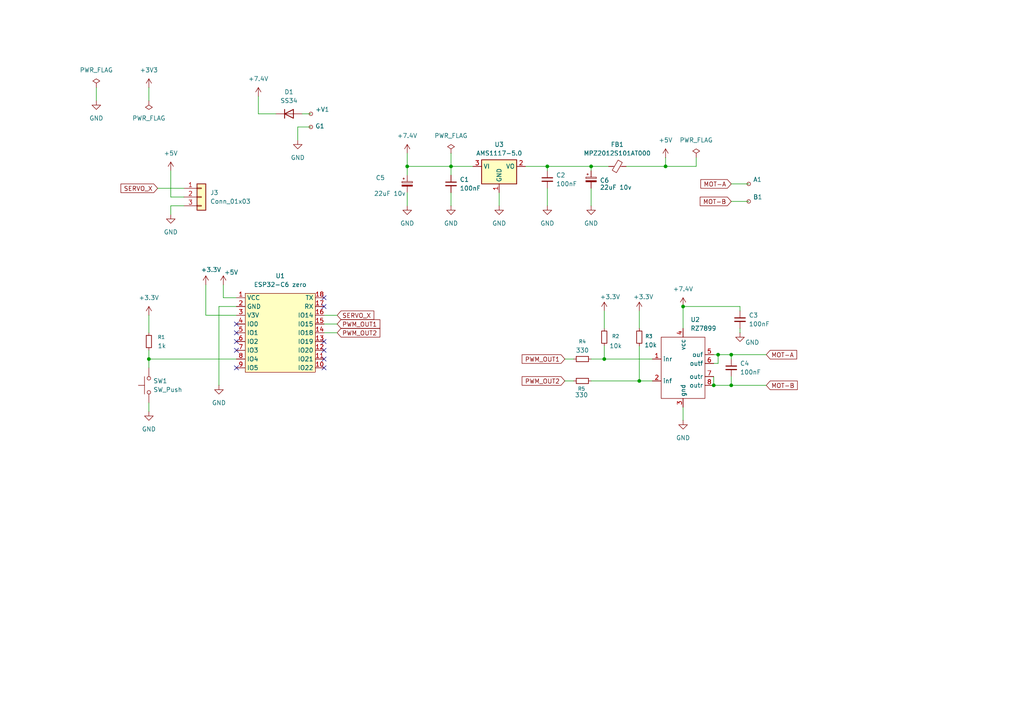
<source format=kicad_sch>
(kicad_sch (version 20250114) (generator "eeschema") (generator_version "9.0")
  (paper "A4")
  (lib_symbols
    (symbol "Connector:TestPoint_Small" (pin_numbers (hide yes)) (pin_names (offset 0.762) (hide yes))
      (property "Reference" "TP" (at 0 3.81 0))
      (property "Value" "TestPoint_Small" (at 0 2.032 0))
      (symbol "TestPoint_Small_0_1"
        (circle (center 0 0) (radius 0.508))
      )
      (symbol "TestPoint_Small_1_1"
        (pin passive line (at 0 0 90) (length 0) (name "1") (number "1"))
      )
    )
    (symbol "Connector_Generic:Conn_01x03" (pin_names (offset 1.016) (hide yes))
      (property "Reference" "J" (at 0 5.08 0))
      (property "Value" "Conn_01x03" (at 0 -5.08 0))
      (symbol "Conn_01x03_1_1"
        (rectangle (start -1.27 3.81) (end 1.27 -3.81) (stroke (width 0.254)) (fill (type background)))
        (rectangle (start -1.27 2.667) (end 0 2.413) (stroke (width 0.1524)))
        (rectangle (start -1.27 0.127) (end 0 -0.127) (stroke (width 0.1524)))
        (rectangle (start -1.27 -2.413) (end 0 -2.667) (stroke (width 0.1524)))
        (pin passive line (at -5.08 2.54 0) (length 3.81) (name "Pin_1") (number "1"))
        (pin passive line (at -5.08 0 0) (length 3.81) (name "Pin_2") (number "2"))
        (pin passive line (at -5.08 -2.54 0) (length 3.81) (name "Pin_3") (number "3"))
      )
    )
    (symbol "Device:C_Polarized_Small" (pin_numbers (hide yes)) (pin_names (offset 0.254) (hide yes))
      (property "Reference" "C" (at 0.254 1.778 0))
      (property "Value" "C_Polarized_Small" (at 0.254 -2.032 0))
      (symbol "C_Polarized_Small_0_1"
        (rectangle (start -1.524 0.6858) (end 1.524 0.3048))
        (rectangle (start -1.524 -0.3048) (end 1.524 -0.6858) (fill (type outline)))
        (polyline (pts (xy -1.27 1.524) (xy -0.762 1.524)))
        (polyline (pts (xy -1.016 1.27) (xy -1.016 1.778)))
      )
      (symbol "C_Polarized_Small_1_1"
        (pin passive line (at 0 2.54 270) (length 1.8542) (name "~") (number "1"))
        (pin passive line (at 0 -2.54 90) (length 1.8542) (name "~") (number "2"))
      )
    )
    (symbol "Device:C_Small" (pin_numbers (hide yes)) (pin_names (offset 0.254) (hide yes))
      (property "Reference" "C" (at 0.254 1.778 0))
      (property "Value" "C_Small" (at 0.254 -2.032 0))
      (symbol "C_Small_0_1"
        (polyline (pts (xy -1.524 0.508) (xy 1.524 0.508)) (stroke (width 0.3048)))
        (polyline (pts (xy -1.524 -0.508) (xy 1.524 -0.508)) (stroke (width 0.3302)))
      )
      (symbol "C_Small_1_1"
        (pin passive line (at 0 2.54 270) (length 2.032) (name "~") (number "1"))
        (pin passive line (at 0 -2.54 90) (length 2.032) (name "~") (number "2"))
      )
    )
    (symbol "Device:FerriteBead_Small" (pin_numbers (hide yes)) (pin_names (offset 0))
      (property "Reference" "FB" (at 1.905 1.27 0))
      (property "Value" "FerriteBead_Small" (at 1.905 -1.27 0))
      (symbol "FerriteBead_Small_0_1"
        (polyline (pts (xy -1.8288 0.2794) (xy -1.1176 1.4986) (xy 1.8288 -0.2032) (xy 1.1176 -1.4224) (xy -1.8288 0.2794)))
        (polyline (pts (xy 0 0.889) (xy 0 1.2954)))
        (polyline (pts (xy 0 -1.27) (xy 0 -0.7874)))
      )
      (symbol "FerriteBead_Small_1_1"
        (pin passive line (at 0 2.54 270) (length 1.27) (name "~") (number "1"))
        (pin passive line (at 0 -2.54 90) (length 1.27) (name "~") (number "2"))
      )
    )
    (symbol "Device:R_Small" (pin_numbers (hide yes)) (pin_names (offset 0.254) (hide yes))
      (property "Reference" "R" (at 0 0 90))
      (property "Value" "R_Small" (at 1.778 0 90))
      (symbol "R_Small_0_1"
        (rectangle (start -0.762 1.778) (end 0.762 -1.778) (stroke (width 0.2032)))
      )
      (symbol "R_Small_1_1"
        (pin passive line (at 0 2.54 270) (length 0.762) (name "~") (number "1"))
        (pin passive line (at 0 -2.54 90) (length 0.762) (name "~") (number "2"))
      )
    )
    (symbol "Diode:US1M" (pin_numbers (hide yes)) (pin_names (hide yes))
      (property "Reference" "D" (at 0 2.54 0))
      (property "Value" "US1M" (at 0 -2.54 0))
      (symbol "US1M_0_1"
        (polyline (pts (xy -1.27 1.27) (xy -1.27 -1.27)) (stroke (width 0.254)))
        (polyline (pts (xy 1.27 1.27) (xy 1.27 -1.27) (xy -1.27 0) (xy 1.27 1.27)) (stroke (width 0.254)))
        (polyline (pts (xy 1.27 0) (xy -1.27 0)))
      )
      (symbol "US1M_1_1"
        (pin passive line (at -3.81 0 0) (length 2.54) (name "K") (number "1"))
        (pin passive line (at 3.81 0 180) (length 2.54) (name "A") (number "2"))
      )
    )
    (symbol "RZ78XX_sym:RZ7899"
      (property "Reference" "U" (at 12.192 4.826 0))
      (symbol "RZ7899_0_1"
        (rectangle (start 1.27 0) (end 13.97 -17.78))
      )
      (symbol "RZ7899_1_1"
        (pin input line (at -1.27 -6.35 0) (length 2.54) (name "inr") (number "1"))
        (pin input line (at -1.27 -12.7 0) (length 2.54) (name "inf") (number "2"))
        (pin power_in line (at 7.62 2.54 270) (length 2.54) (name "vcc") (number "4"))
        (pin power_in line (at 7.62 -20.32 90) (length 2.54) (name "gnd") (number "3"))
        (pin passive line (at 16.51 -5.08 180) (length 2.54) (name "ouf") (number "5"))
        (pin passive line (at 16.51 -7.62 180) (length 2.54) (name "outf") (number "6"))
        (pin passive line (at 16.51 -11.43 180) (length 2.54) (name "outr") (number "7"))
        (pin passive line (at 16.51 -13.97 180) (length 2.54) (name "outr") (number "8"))
      )
    )
    (symbol "Regulator_Linear:AMS1117-5.0"
      (property "Reference" "U" (at -3.81 3.175 0))
      (property "Value" "AMS1117-5.0" (at 0 3.175 0))
      (symbol "AMS1117-5.0_0_1"
        (rectangle (start -5.08 -5.08) (end 5.08 1.905) (stroke (width 0.254)) (fill (type background)))
      )
      (symbol "AMS1117-5.0_1_1"
        (pin power_in line (at -7.62 0 0) (length 2.54) (name "VI") (number "3"))
        (pin power_in line (at 0 -7.62 90) (length 2.54) (name "GND") (number "1"))
        (pin power_out line (at 7.62 0 180) (length 2.54) (name "VO") (number "2"))
      )
    )
    (symbol "Switch:SW_Push" (pin_numbers (hide yes)) (pin_names (offset 1.016) (hide yes))
      (property "Reference" "SW" (at 1.27 2.54 0))
      (property "Value" "SW_Push" (at 0 -1.524 0))
      (symbol "SW_Push_0_1"
        (circle (center -2.032 0) (radius 0.508))
        (polyline (pts (xy 0 1.27) (xy 0 3.048)))
        (circle (center 2.032 0) (radius 0.508))
        (polyline (pts (xy 2.54 1.27) (xy -2.54 1.27)))
        (pin passive line (at -5.08 0 0) (length 2.54) (name "1") (number "1"))
        (pin passive line (at 5.08 0 180) (length 2.54) (name "2") (number "2"))
      )
    )
    (symbol "Waveshare-ESP32:Waveshare-ESP32-C6-Zero"
      (property "Reference" "U" (at -9.652 12.446 0))
      (symbol "Waveshare-ESP32-C6-Zero_1_1"
        (rectangle (start -10.16 11.43) (end 10.16 -11.43) (fill (type background)))
        (pin power_in line (at -12.7 10.16 0) (length 2.54) (name "VCC") (number "1"))
        (pin power_in line (at -12.7 7.62 0) (length 2.54) (name "GND") (number "2"))
        (pin power_out line (at -12.7 5.08 0) (length 2.54) (name "V3V") (number "3"))
        (pin bidirectional line (at -12.7 2.54 0) (length 2.54) (name "IO0") (number "4"))
        (pin bidirectional line (at -12.7 0 0) (length 2.54) (name "IO1") (number "5"))
        (pin bidirectional line (at -12.7 -2.54 0) (length 2.54) (name "IO2") (number "6"))
        (pin bidirectional line (at -12.7 -5.08 0) (length 2.54) (name "IO3") (number "7"))
        (pin bidirectional line (at -12.7 -7.62 0) (length 2.54) (name "IO4") (number "8"))
        (pin bidirectional line (at -12.7 -10.16 0) (length 2.54) (name "IO5") (number "9"))
        (pin bidirectional line (at 12.7 10.16 180) (length 2.54) (name "TX") (number "18"))
        (pin bidirectional line (at 12.7 7.62 180) (length 2.54) (name "RX") (number "17"))
        (pin bidirectional line (at 12.7 5.08 180) (length 2.54) (name "IO14") (number "16"))
        (pin bidirectional line (at 12.7 2.54 180) (length 2.54) (name "IO15") (number "15"))
        (pin bidirectional line (at 12.7 0 180) (length 2.54) (name "IO18") (number "14"))
        (pin bidirectional line (at 12.7 -2.54 180) (length 2.54) (name "IO19") (number "13"))
        (pin bidirectional line (at 12.7 -5.08 180) (length 2.54) (name "IO20") (number "12"))
        (pin bidirectional line (at 12.7 -7.62 180) (length 2.54) (name "IO21") (number "11"))
        (pin bidirectional line (at 12.7 -10.16 180) (length 2.54) (name "IO22") (number "10"))
      )
    )
    (symbol "power:+3.3V" (power) (pin_numbers (hide yes)) (pin_names (offset 0) (hide yes))
      (property "Value" "+3.3V" (at 0 3.556 0))
      (symbol "+3.3V_0_1"
        (polyline (pts (xy -0.762 1.27) (xy 0 2.54)))
        (polyline (pts (xy 0 2.54) (xy 0.762 1.27)))
        (polyline (pts (xy 0 0) (xy 0 2.54)))
      )
      (symbol "+3.3V_1_1"
        (pin power_in line (at 0 0 90) (length 0) (name "~") (number "1"))
      )
    )
    (symbol "power:+3V3" (power) (pin_numbers (hide yes)) (pin_names (offset 0) (hide yes))
      (property "Value" "+3V3" (at 0 3.556 0))
      (symbol "+3V3_0_1"
        (polyline (pts (xy -0.762 1.27) (xy 0 2.54)))
        (polyline (pts (xy 0 2.54) (xy 0.762 1.27)))
        (polyline (pts (xy 0 0) (xy 0 2.54)))
      )
      (symbol "+3V3_1_1"
        (pin power_in line (at 0 0 90) (length 0) (name "~") (number "1"))
      )
    )
    (symbol "power:+5V" (power) (pin_numbers (hide yes)) (pin_names (offset 0) (hide yes))
      (property "Value" "+5V" (at 0 3.556 0))
      (symbol "+5V_0_1"
        (polyline (pts (xy -0.762 1.27) (xy 0 2.54)))
        (polyline (pts (xy 0 2.54) (xy 0.762 1.27)))
        (polyline (pts (xy 0 0) (xy 0 2.54)))
      )
      (symbol "+5V_1_1"
        (pin power_in line (at 0 0 90) (length 0) (name "~") (number "1"))
      )
    )
    (symbol "power:+7.5V" (power) (pin_numbers (hide yes)) (pin_names (offset 0) (hide yes))
      (property "Value" "+7.5V" (at 0 3.556 0))
      (symbol "+7.5V_0_1"
        (polyline (pts (xy -0.762 1.27) (xy 0 2.54)))
        (polyline (pts (xy 0 2.54) (xy 0.762 1.27)))
        (polyline (pts (xy 0 0) (xy 0 2.54)))
      )
      (symbol "+7.5V_1_1"
        (pin power_in line (at 0 0 90) (length 0) (name "~") (number "1"))
      )
    )
    (symbol "power:GND" (power) (pin_numbers (hide yes)) (pin_names (offset 0) (hide yes))
      (property "Value" "GND" (at 0 -3.81 0))
      (symbol "GND_0_1"
        (polyline (pts (xy 0 0) (xy 0 -1.27) (xy 1.27 -1.27) (xy 0 -2.54) (xy -1.27 -1.27) (xy 0 -1.27)))
      )
      (symbol "GND_1_1"
        (pin power_in line (at 0 0 270) (length 0) (name "~") (number "1"))
      )
    )
    (symbol "power:PWR_FLAG" (power) (pin_numbers (hide yes)) (pin_names (offset 0) (hide yes))
      (property "Value" "PWR_FLAG" (at 0 3.81 0))
      (symbol "PWR_FLAG_0_0"
        (pin power_out line (at 0 0 90) (length 0) (name "~") (number "1"))
      )
      (symbol "PWR_FLAG_0_1"
        (polyline (pts (xy 0 0) (xy 0 1.27) (xy -1.016 1.905) (xy 0 2.54) (xy 1.016 1.905) (xy 0 1.27)))
      )
    )
  )
  (junction (at 158.75 48.26))
  (junction (at 118.11 48.26))
  (junction (at 43.18 104.14))
  (junction (at 208.28 102.87))
  (junction (at 185.42 110.49))
  (junction (at 212.09 102.87))
  (junction (at 212.09 111.76))
  (junction (at 198.12 88.9))
  (junction (at 171.45 48.26))
  (junction (at 207.01 111.76))
  (junction (at 175.26 104.14))
  (junction (at 130.81 48.26))
  (junction (at 193.04 48.26))
  (no_connect (at 68.58 106.68))
  (no_connect (at 93.98 106.68))
  (no_connect (at 68.58 93.98))
  (no_connect (at 93.98 101.6))
  (no_connect (at 93.98 104.14))
  (no_connect (at 93.98 86.36))
  (no_connect (at 68.58 96.52))
  (no_connect (at 68.58 101.6))
  (no_connect (at 93.98 99.06))
  (no_connect (at 68.58 99.06))
  (no_connect (at 93.98 88.9))
  (wire (pts (xy 118.11 55.88) (xy 118.11 59.69)))
  (wire (pts (xy 185.42 90.17) (xy 185.42 95.25)))
  (wire (pts (xy 171.45 48.26) (xy 171.45 49.53)))
  (wire (pts (xy 198.12 88.9) (xy 198.12 95.25)))
  (wire (pts (xy 118.11 48.26) (xy 118.11 50.8)))
  (wire (pts (xy 59.69 82.55) (xy 59.69 91.44)))
  (wire (pts (xy 214.63 95.25) (xy 214.63 96.52)))
  (wire (pts (xy 185.42 100.33) (xy 185.42 110.49)))
  (wire (pts (xy 212.09 53.34) (xy 217.17 53.34)))
  (wire (pts (xy 80.01 33.02) (xy 74.93 33.02)))
  (wire (pts (xy 49.53 57.15) (xy 53.34 57.15)))
  (wire (pts (xy 63.5 88.9) (xy 68.58 88.9)))
  (wire (pts (xy 207.01 105.41) (xy 208.28 105.41)))
  (wire (pts (xy 137.16 48.26) (xy 130.81 48.26)))
  (wire (pts (xy 185.42 110.49) (xy 189.23 110.49)))
  (wire (pts (xy 43.18 101.6) (xy 43.18 104.14)))
  (wire (pts (xy 63.5 88.9) (xy 63.5 111.76)))
  (wire (pts (xy 212.09 58.42) (xy 217.17 58.42)))
  (wire (pts (xy 212.09 102.87) (xy 212.09 104.14)))
  (wire (pts (xy 208.28 102.87) (xy 212.09 102.87)))
  (wire (pts (xy 43.18 91.44) (xy 43.18 96.52)))
  (wire (pts (xy 64.77 86.36) (xy 64.77 82.55)))
  (wire (pts (xy 87.63 33.02) (xy 90.17 33.02)))
  (wire (pts (xy 214.63 90.17) (xy 214.63 88.9)))
  (wire (pts (xy 43.18 116.84) (xy 43.18 119.38)))
  (wire (pts (xy 158.75 48.26) (xy 158.75 49.53)))
  (wire (pts (xy 74.93 33.02) (xy 74.93 27.94)))
  (wire (pts (xy 130.81 44.45) (xy 130.81 48.26)))
  (wire (pts (xy 175.26 104.14) (xy 189.23 104.14)))
  (wire (pts (xy 171.45 104.14) (xy 175.26 104.14)))
  (wire (pts (xy 212.09 102.87) (xy 222.25 102.87)))
  (wire (pts (xy 208.28 105.41) (xy 208.28 102.87)))
  (wire (pts (xy 175.26 104.14) (xy 175.26 100.33)))
  (wire (pts (xy 193.04 48.26) (xy 193.04 45.72)))
  (wire (pts (xy 181.61 48.26) (xy 193.04 48.26)))
  (wire (pts (xy 214.63 88.9) (xy 198.12 88.9)))
  (wire (pts (xy 130.81 48.26) (xy 130.81 50.8)))
  (wire (pts (xy 171.45 54.61) (xy 171.45 59.69)))
  (wire (pts (xy 118.11 44.45) (xy 118.11 48.26)))
  (wire (pts (xy 49.53 59.69) (xy 49.53 62.23)))
  (wire (pts (xy 171.45 48.26) (xy 176.53 48.26)))
  (wire (pts (xy 207.01 111.76) (xy 212.09 111.76)))
  (wire (pts (xy 45.72 54.61) (xy 53.34 54.61)))
  (wire (pts (xy 207.01 109.22) (xy 207.01 111.76)))
  (wire (pts (xy 198.12 118.11) (xy 198.12 121.92)))
  (wire (pts (xy 144.78 55.88) (xy 144.78 59.69)))
  (wire (pts (xy 152.4 48.26) (xy 158.75 48.26)))
  (wire (pts (xy 163.83 104.14) (xy 166.37 104.14)))
  (wire (pts (xy 27.94 25.4) (xy 27.94 29.21)))
  (wire (pts (xy 201.93 48.26) (xy 193.04 48.26)))
  (wire (pts (xy 68.58 104.14) (xy 43.18 104.14)))
  (wire (pts (xy 86.36 36.83) (xy 90.17 36.83)))
  (wire (pts (xy 49.53 49.53) (xy 49.53 57.15)))
  (wire (pts (xy 207.01 102.87) (xy 208.28 102.87)))
  (wire (pts (xy 68.58 86.36) (xy 64.77 86.36)))
  (wire (pts (xy 68.58 91.44) (xy 59.69 91.44)))
  (wire (pts (xy 212.09 111.76) (xy 212.09 109.22)))
  (wire (pts (xy 175.26 90.17) (xy 175.26 95.25)))
  (wire (pts (xy 93.98 93.98) (xy 97.79 93.98)))
  (wire (pts (xy 86.36 36.83) (xy 86.36 40.64)))
  (wire (pts (xy 130.81 55.88) (xy 130.81 59.69)))
  (wire (pts (xy 93.98 96.52) (xy 97.79 96.52)))
  (wire (pts (xy 130.81 48.26) (xy 118.11 48.26)))
  (wire (pts (xy 163.83 110.49) (xy 166.37 110.49)))
  (wire (pts (xy 201.93 45.72) (xy 201.93 48.26)))
  (wire (pts (xy 93.98 91.44) (xy 97.79 91.44)))
  (wire (pts (xy 158.75 54.61) (xy 158.75 59.69)))
  (wire (pts (xy 158.75 48.26) (xy 171.45 48.26)))
  (wire (pts (xy 171.45 110.49) (xy 185.42 110.49)))
  (wire (pts (xy 43.18 104.14) (xy 43.18 106.68)))
  (wire (pts (xy 212.09 111.76) (xy 222.25 111.76)))
  (wire (pts (xy 53.34 59.69) (xy 49.53 59.69)))
  (wire (pts (xy 43.18 25.4) (xy 43.18 29.21)))
  (global_label "MOT-A" (shape input) (at 212.09 53.34 180) (property "Intersheetrefs" "${INTERSHEET_REFS}" (effects (hide yes))))
  (global_label "SERVO_X" (shape input) (at 45.72 54.61 180) (property "Intersheetrefs" "${INTERSHEET_REFS}" (effects (hide yes))))
  (global_label "PWM_OUT1" (shape input) (at 163.83 104.14 180) (property "Intersheetrefs" "${INTERSHEET_REFS}" (effects (hide yes))))
  (global_label "MOT-B" (shape input) (at 212.09 58.42 180) (property "Intersheetrefs" "${INTERSHEET_REFS}" (effects (hide yes))))
  (global_label "PWM_OUT2" (shape input) (at 163.83 110.49 180) (property "Intersheetrefs" "${INTERSHEET_REFS}" (effects (hide yes))))
  (global_label "PWM_OUT1" (shape input) (at 97.79 93.98 0) (property "Intersheetrefs" "${INTERSHEET_REFS}" (effects (hide yes))))
  (global_label "PWM_OUT2" (shape input) (at 97.79 96.52 0) (property "Intersheetrefs" "${INTERSHEET_REFS}" (effects (hide yes))))
  (global_label "MOT-B" (shape input) (at 222.25 111.76 0) (property "Intersheetrefs" "${INTERSHEET_REFS}" (effects (hide yes))))
  (global_label "MOT-A" (shape input) (at 222.25 102.87 0) (property "Intersheetrefs" "${INTERSHEET_REFS}" (effects (hide yes))))
  (global_label "SERVO_X" (shape input) (at 97.79 91.44 0) (property "Intersheetrefs" "${INTERSHEET_REFS}" (effects (hide yes))))
  (symbol (lib_id "power:+5V") (at 49.53 49.53 0) (unit 1)
    (property "Reference" "#PWR019" (effects (hide yes)))
    (property "Value" "+5V" (at 49.53 44.45 0))
    (property "Description" "Power symbol creates a global label with name \"+5V\"" (effects (hide yes)))
  )
  (symbol (lib_id "power:GND") (at 144.78 59.69 0) (unit 1)
    (property "Reference" "#PWR012" (effects (hide yes)))
    (property "Value" "GND" (at 144.78 64.77 0))
    (property "Description" "Power symbol creates a global label with name \"GND\" , ground" (effects (hide yes)))
  )
  (symbol (lib_id "power:+3.3V") (at 43.18 91.44 0) (unit 1)
    (property "Reference" "#PWR03" (effects (hide yes)))
    (property "Value" "+3.3V" (at 43.18 86.36 0))
    (property "Description" "Power symbol creates a global label with name \"+3.3V\"" (effects (hide yes)))
  )
  (symbol (lib_id "Device:C_Polarized_Small") (at 118.11 53.34 0) (unit 1)
    (property "Reference" "C5" (at 108.966 51.562 0) (effects (justify left)))
    (property "Value" "22uF 10v" (at 108.458 56.134 0) (effects (justify left)))
    (property "Footprint" "Capacitor_Tantalum_SMD:CP_EIA-3528-12_Kemet-T_HandSolder" (effects (hide yes)))
    (property "Description" "Polarized capacitor, small symbol" (effects (hide yes)))
  )
  (symbol (lib_id "power:+5V") (at 193.04 45.72 0) (unit 1)
    (property "Reference" "#PWR015" (effects (hide yes)))
    (property "Value" "+5V" (at 193.04 40.64 0))
    (property "Description" "Power symbol creates a global label with name \"+5V\"" (effects (hide yes)))
  )
  (symbol (lib_id "Device:C_Polarized_Small") (at 171.45 52.07 0) (unit 1)
    (property "Reference" "C6" (at 173.99 52.324 0) (effects (justify left)))
    (property "Value" "22uF 10v" (at 173.99 54.356 0) (effects (justify left)))
    (property "Footprint" "Capacitor_Tantalum_SMD:CP_EIA-3528-12_Kemet-T_HandSolder" (effects (hide yes)))
    (property "Description" "Polarized capacitor, small symbol" (effects (hide yes)))
  )
  (symbol (lib_id "power:PWR_FLAG") (at 43.18 29.21 180) (unit 1)
    (property "Reference" "#FLG03" (effects (hide yes)))
    (property "Value" "PWR_FLAG" (at 43.18 34.29 0))
    (property "Description" "Special symbol for telling ERC where power comes from" (effects (hide yes)))
  )
  (symbol (lib_id "power:PWR_FLAG") (at 27.94 25.4 0) (unit 1)
    (property "Reference" "#FLG02" (effects (hide yes)))
    (property "Value" "PWR_FLAG" (at 27.94 20.32 0))
    (property "Description" "Special symbol for telling ERC where power comes from" (effects (hide yes)))
  )
  (symbol (lib_id "Connector_Generic:Conn_01x03") (at 58.42 57.15 0) (unit 1)
    (property "Reference" "J3" (at 60.96 55.8799 0) (effects (justify left)))
    (property "Value" "Conn_01x03" (at 60.96 58.4199 0) (effects (justify left)))
    (property "Footprint" "Connector_PinHeader_2.54mm:PinHeader_1x03_P2.54mm_Vertical" (effects (hide yes)))
    (property "Description" "Generic connector, single row, 01x03, script generated (kicad-library-utils/schlib/autogen/connector/)" (effects (hide yes)))
  )
  (symbol (lib_id "power:+3V3") (at 185.42 90.17 0) (unit 1)
    (property "Reference" "#PWR06" (effects (hide yes)))
    (property "Value" "+3.3V" (at 183.642 86.106 0) (effects (justify left)))
    (property "Description" "Power symbol creates a global label with name \"+3V3\"" (effects (hide yes)))
  )
  (symbol (lib_id "Connector:TestPoint_Small") (at 217.17 53.34 0) (unit 1)
    (property "Reference" "A1" (at 218.44 52.0699 0) (effects (justify left)))
    (property "Value" "A" (at 218.44 52.07 0) (effects (justify left)))
    (property "Footprint" "TestPoint:TestPoint_THTPad_D1.5mm_Drill0.7mm" (effects (hide yes)))
    (property "Description" "test point" (effects (hide yes)))
  )
  (symbol (lib_id "RZ78XX_sym:RZ7899") (at 190.5 97.79 0) (unit 1)
    (property "Reference" "U2" (at 200.2633 92.71 0) (effects (justify left)))
    (property "Value" "RZ7899" (at 200.2633 95.25 0) (effects (justify left)))
    (property "Footprint" "Package_SO:SOP-8_3.76x4.96mm_P1.27mm" (effects (hide yes)))
  )
  (symbol (lib_id "power:+7.5V") (at 74.93 27.94 0) (unit 1)
    (property "Reference" "#PWR016" (effects (hide yes)))
    (property "Value" "+7.4V" (at 74.93 22.86 0))
    (property "Description" "Power symbol creates a global label with name \"+7.5V\"" (effects (hide yes)))
  )
  (symbol (lib_id "Device:C_Small") (at 214.63 92.71 0) (unit 1)
    (property "Reference" "C3" (at 217.17 91.4462 0) (effects (justify left)))
    (property "Value" "100nF" (at 217.17 93.9862 0) (effects (justify left)))
    (property "Footprint" "Capacitor_SMD:C_0805_2012Metric_Pad1.18x1.45mm_HandSolder" (effects (hide yes)))
    (property "Description" "Unpolarized capacitor, small symbol" (effects (hide yes)))
  )
  (symbol (lib_id "power:GND") (at 171.45 59.69 0) (unit 1)
    (property "Reference" "#PWR014" (effects (hide yes)))
    (property "Value" "GND" (at 171.45 64.77 0))
    (property "Description" "Power symbol creates a global label with name \"GND\" , ground" (effects (hide yes)))
  )
  (symbol (lib_id "power:+7.5V") (at 198.12 88.9 0) (unit 1)
    (property "Reference" "#PWR08" (effects (hide yes)))
    (property "Value" "+7.4V" (at 198.12 83.82 0))
    (property "Description" "Power symbol creates a global label with name \"+7.5V\"" (effects (hide yes)))
  )
  (symbol (lib_id "Device:R_Small") (at 168.91 104.14 90) (unit 1)
    (property "Reference" "R4" (at 168.91 99.06 90) (effects (font (size 1.016 1.016))))
    (property "Value" "330" (at 168.91 101.6 90))
    (property "Footprint" "Resistor_SMD:R_0805_2012Metric_Pad1.20x1.40mm_HandSolder" (effects (hide yes)))
    (property "Description" "Resistor, small symbol" (effects (hide yes)))
  )
  (symbol (lib_id "Switch:SW_Push") (at 43.18 111.76 90) (unit 1)
    (property "Reference" "SW1" (at 44.45 110.4899 90) (effects (justify right)))
    (property "Value" "SW_Push" (at 44.45 113.0299 90) (effects (justify right)))
    (property "Footprint" "myCustomLib:SW_SPST_B3S-1000" (effects (hide yes)))
    (property "Description" "Push button switch, generic, two pins" (effects (hide yes)))
  )
  (symbol (lib_id "power:GND") (at 49.53 62.23 0) (unit 1)
    (property "Reference" "#PWR020" (effects (hide yes)))
    (property "Value" "GND" (at 49.53 67.31 0))
    (property "Description" "Power symbol creates a global label with name \"GND\" , ground" (effects (hide yes)))
  )
  (symbol (lib_id "power:GND") (at 86.36 40.64 0) (unit 1)
    (property "Reference" "#PWR017" (effects (hide yes)))
    (property "Value" "GND" (at 86.36 45.72 0))
    (property "Description" "Power symbol creates a global label with name \"GND\" , ground" (effects (hide yes)))
  )
  (symbol (lib_id "power:GND") (at 214.63 96.52 0) (unit 1)
    (property "Reference" "#PWR09" (effects (hide yes)))
    (property "Value" "GND" (at 218.186 99.314 0))
    (property "Description" "Power symbol creates a global label with name \"GND\" , ground" (effects (hide yes)))
  )
  (symbol (lib_id "Waveshare-ESP32:Waveshare-ESP32-C6-Zero") (at 81.28 96.52 0) (unit 1)
    (property "Reference" "U1" (at 81.28 80.01 0))
    (property "Value" "ESP32-C6 zero" (at 81.28 82.55 0))
    (property "Footprint" "Waveshare-ESP32:Waveshare-ESP32-C6-Zero" (effects (hide yes)))
    (property "Datasheet" "https://www.waveshare.com/wiki/ESP32-C6-Zero" (effects (hide yes)))
  )
  (symbol (lib_id "Device:C_Small") (at 212.09 106.68 0) (unit 1)
    (property "Reference" "C4" (at 214.63 105.4162 0) (effects (justify left)))
    (property "Value" "100nF" (at 214.63 107.9562 0) (effects (justify left)))
    (property "Footprint" "Capacitor_SMD:C_0805_2012Metric_Pad1.18x1.45mm_HandSolder" (effects (hide yes)))
    (property "Description" "Unpolarized capacitor, small symbol" (effects (hide yes)))
  )
  (symbol (lib_id "Device:R_Small") (at 168.91 110.49 90) (unit 1)
    (property "Reference" "R5" (at 168.656 112.776 90) (effects (font (size 1.016 1.016))))
    (property "Value" "330" (at 168.656 114.554 90))
    (property "Footprint" "Resistor_SMD:R_0805_2012Metric_Pad1.20x1.40mm_HandSolder" (effects (hide yes)))
    (property "Description" "Resistor, small symbol" (effects (hide yes)))
  )
  (symbol (lib_id "Device:R_Small") (at 175.26 97.79 0) (unit 1)
    (property "Reference" "R2" (at 178.562 97.536 0) (effects (font (size 1.016 1.016))))
    (property "Value" "10k" (at 178.562 100.33 0))
    (property "Footprint" "Resistor_SMD:R_0805_2012Metric_Pad1.20x1.40mm_HandSolder" (effects (hide yes)))
    (property "Description" "Resistor, small symbol" (effects (hide yes)))
  )
  (symbol (lib_id "Device:R_Small") (at 185.42 97.79 180) (unit 1)
    (property "Reference" "R3" (at 188.214 97.536 0) (effects (font (size 1.016 1.016))))
    (property "Value" "10k" (at 188.722 100.076 0))
    (property "Footprint" "Resistor_SMD:R_0805_2012Metric_Pad1.20x1.40mm_HandSolder" (effects (hide yes)))
    (property "Description" "Resistor, small symbol" (effects (hide yes)))
  )
  (symbol (lib_id "power:PWR_FLAG") (at 130.81 44.45 0) (unit 1)
    (property "Reference" "#FLG01" (effects (hide yes)))
    (property "Value" "PWR_FLAG" (at 130.81 39.37 0))
    (property "Description" "Special symbol for telling ERC where power comes from" (effects (hide yes)))
  )
  (symbol (lib_id "power:GND") (at 43.18 119.38 0) (unit 1)
    (property "Reference" "#PWR01" (effects (hide yes)))
    (property "Value" "GND" (at 43.18 124.46 0))
    (property "Description" "Power symbol creates a global label with name \"GND\" , ground" (effects (hide yes)))
  )
  (symbol (lib_id "power:+3.3V") (at 59.69 82.55 0) (unit 1)
    (property "Reference" "#PWR021" (effects (hide yes)))
    (property "Value" "+3.3V" (at 61.214 78.232 0))
    (property "Description" "Power symbol creates a global label with name \"+3.3V\"" (effects (hide yes)))
  )
  (symbol (lib_id "Device:R_Small") (at 43.18 99.06 0) (unit 1)
    (property "Reference" "R1" (at 45.72 97.7899 0) (effects (font (size 1.016 1.016)) (justify left)))
    (property "Value" "1k" (at 45.72 100.3299 0) (effects (justify left)))
    (property "Footprint" "Resistor_SMD:R_0805_2012Metric_Pad1.20x1.40mm_HandSolder" (effects (hide yes)))
    (property "Description" "Resistor, small symbol" (effects (hide yes)))
  )
  (symbol (lib_id "power:GND") (at 158.75 59.69 0) (unit 1)
    (property "Reference" "#PWR013" (effects (hide yes)))
    (property "Value" "GND" (at 158.75 64.77 0))
    (property "Description" "Power symbol creates a global label with name \"GND\" , ground" (effects (hide yes)))
  )
  (symbol (lib_id "Diode:US1M") (at 83.82 33.02 0) (unit 1)
    (property "Reference" "D1" (at 83.82 26.67 0))
    (property "Value" "SS34" (at 83.82 29.21 0))
    (property "Footprint" "Diode_SMD:D_SMA" (effects (hide yes)))
    (property "Datasheet" "https://www.diodes.com/assets/Datasheets/ds16008.pdf" (effects (hide yes)))
    (property "Description" "1000V, 1A, General Purpose Rectifier Diode, SMA(DO-214AC)" (effects (hide yes)))
    (property "Sim.Device" "D" (effects (hide yes)))
    (property "Sim.Pins" "1=K 2=A" (effects (hide yes)))
  )
  (symbol (lib_id "power:+3V3") (at 175.26 90.17 0) (unit 1)
    (property "Reference" "#PWR05" (effects (hide yes)))
    (property "Value" "+3.3V" (at 173.99 86.106 0) (effects (justify left)))
    (property "Description" "Power symbol creates a global label with name \"+3V3\"" (effects (hide yes)))
  )
  (symbol (lib_id "power:GND") (at 27.94 29.21 0) (unit 1)
    (property "Reference" "#PWR022" (effects (hide yes)))
    (property "Value" "GND" (at 27.94 34.29 0))
    (property "Description" "Power symbol creates a global label with name \"GND\" , ground" (effects (hide yes)))
  )
  (symbol (lib_id "power:GND") (at 198.12 121.92 0) (unit 1)
    (property "Reference" "#PWR07" (effects (hide yes)))
    (property "Value" "GND" (at 198.12 127 0))
    (property "Description" "Power symbol creates a global label with name \"GND\" , ground" (effects (hide yes)))
  )
  (symbol (lib_id "power:GND") (at 130.81 59.69 0) (unit 1)
    (property "Reference" "#PWR011" (effects (hide yes)))
    (property "Value" "GND" (at 130.81 64.77 0))
    (property "Description" "Power symbol creates a global label with name \"GND\" , ground" (effects (hide yes)))
  )
  (symbol (lib_id "Device:C_Small") (at 130.81 53.34 0) (unit 1)
    (property "Reference" "C1" (at 133.35 52.0762 0) (effects (justify left)))
    (property "Value" "100nF" (at 133.35 54.6162 0) (effects (justify left)))
    (property "Footprint" "Capacitor_SMD:C_0805_2012Metric_Pad1.18x1.45mm_HandSolder" (effects (hide yes)))
    (property "Description" "Unpolarized capacitor, small symbol" (effects (hide yes)))
  )
  (symbol (lib_id "Device:C_Small") (at 158.75 52.07 0) (unit 1)
    (property "Reference" "C2" (at 161.29 50.8062 0) (effects (justify left)))
    (property "Value" "100nF" (at 161.29 53.3462 0) (effects (justify left)))
    (property "Footprint" "Capacitor_SMD:C_0805_2012Metric_Pad1.18x1.45mm_HandSolder" (effects (hide yes)))
    (property "Description" "Unpolarized capacitor, small symbol" (effects (hide yes)))
  )
  (symbol (lib_id "power:GND") (at 63.5 111.76 0) (unit 1)
    (property "Reference" "#PWR02" (effects (hide yes)))
    (property "Value" "GND" (at 63.5 116.84 0))
    (property "Description" "Power symbol creates a global label with name \"GND\" , ground" (effects (hide yes)))
  )
  (symbol (lib_id "power:+5V") (at 64.77 82.55 0) (unit 1)
    (property "Reference" "#PWR04" (effects (hide yes)))
    (property "Value" "+5V" (at 67.056 78.994 0))
    (property "Description" "Power symbol creates a global label with name \"+5V\"" (effects (hide yes)))
  )
  (symbol (lib_id "Regulator_Linear:AMS1117-5.0") (at 144.78 48.26 0) (unit 1)
    (property "Reference" "U3" (at 144.78 41.91 0))
    (property "Value" "AMS1117-5.0" (at 144.78 44.45 0))
    (property "Footprint" "Package_TO_SOT_SMD:SOT-89-3_Handsoldering" (effects (hide yes)))
    (property "Datasheet" "http://www.advanced-monolithic.com/pdf/ds1117.pdf" (effects (hide yes)))
    (property "Description" "1A Low Dropout regulator, positive, 5.0V fixed output, SOT-223" (effects (hide yes)))
  )
  (symbol (lib_id "Connector:TestPoint_Small") (at 217.17 58.42 0) (unit 1)
    (property "Reference" "B1" (at 218.44 57.1499 0) (effects (justify left)))
    (property "Value" "B" (at 218.44 57.15 0) (effects (justify left)))
    (property "Footprint" "TestPoint:TestPoint_THTPad_D1.5mm_Drill0.7mm" (effects (hide yes)))
    (property "Description" "test point" (effects (hide yes)))
  )
  (symbol (lib_id "power:PWR_FLAG") (at 201.93 45.72 0) (unit 1)
    (property "Reference" "#FLG04" (effects (hide yes)))
    (property "Value" "PWR_FLAG" (at 201.93 40.64 0))
    (property "Description" "Special symbol for telling ERC where power comes from" (effects (hide yes)))
  )
  (symbol (lib_id "Device:FerriteBead_Small") (at 179.07 48.26 90) (unit 1)
    (property "Reference" "FB1" (at 179.0319 41.91 90))
    (property "Value" "MPZ2012S101AT000" (at 179.0319 44.45 90))
    (property "Footprint" "Diode_SMD:D_0805_2012Metric_Pad1.15x1.40mm_HandSolder" (effects (hide yes)))
    (property "Description" "Ferrite bead, small symbol" (effects (hide yes)))
  )
  (symbol (lib_id "power:+3V3") (at 43.18 25.4 0) (unit 1)
    (property "Reference" "#PWR023" (effects (hide yes)))
    (property "Value" "+3V3" (at 43.18 20.32 0))
    (property "Description" "Power symbol creates a global label with name \"+3V3\"" (effects (hide yes)))
  )
  (symbol (lib_id "power:+7.5V") (at 118.11 44.45 0) (unit 1)
    (property "Reference" "#PWR018" (effects (hide yes)))
    (property "Value" "+7.4V" (at 118.11 39.37 0))
    (property "Description" "Power symbol creates a global label with name \"+7.5V\"" (effects (hide yes)))
  )
  (symbol (lib_id "power:GND") (at 118.11 59.69 0) (unit 1)
    (property "Reference" "#PWR010" (effects (hide yes)))
    (property "Value" "GND" (at 118.11 64.77 0))
    (property "Description" "Power symbol creates a global label with name \"GND\" , ground" (effects (hide yes)))
  )
  (symbol (lib_id "Connector:TestPoint_Small") (at 90.17 33.02 0) (unit 1)
    (property "Reference" "+V1" (at 91.44 31.7499 0) (effects (justify left)))
    (property "Value" "+V" (at 91.44 31.75 0) (effects (justify left)))
    (property "Footprint" "TestPoint:TestPoint_THTPad_D1.5mm_Drill0.7mm" (effects (hide yes)))
    (property "Description" "test point" (effects (hide yes)))
  )
  (symbol (lib_id "Connector:TestPoint_Small") (at 90.17 36.83 0) (unit 1)
    (property "Reference" "G1" (at 91.44 36.576 0) (effects (justify left)))
    (property "Value" "G1" (at 91.44 36.576 0) (effects (justify left)))
    (property "Footprint" "TestPoint:TestPoint_THTPad_D1.5mm_Drill0.7mm" (effects (hide yes)))
    (property "Description" "test point" (effects (hide yes)))
  )
)
</source>
